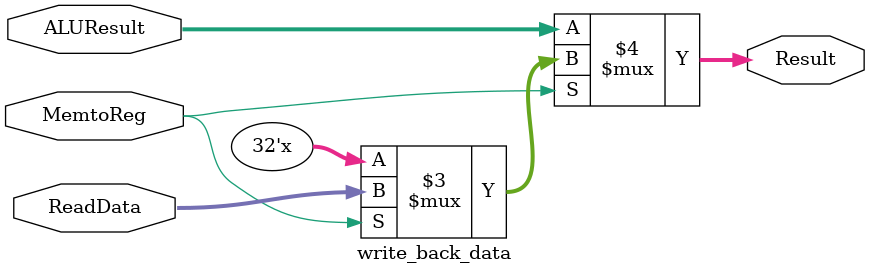
<source format=v>
module write_back_data(
    input [31:0] ALUResult, ReadData,
    input MemtoReg,
    output [31:0] Result
    );
    assign Result = (MemtoReg==1'b0) ? ALUResult:
                    (MemtoReg==1'b1) ? ReadData :
                                       32'bx;                  
endmodule
</source>
